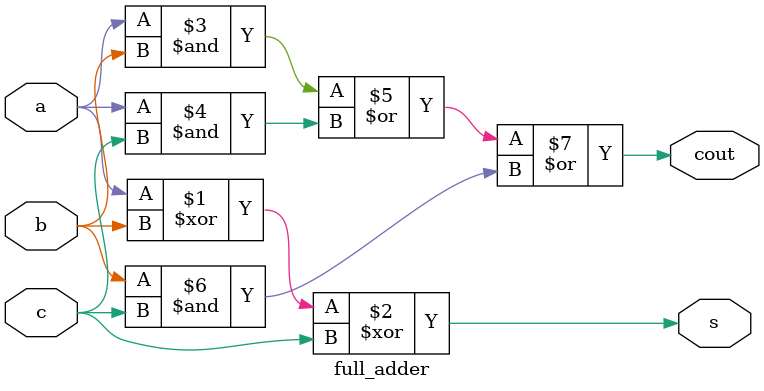
<source format=v>

module full_adder( 
  a, b, c, s, cout
);
  input a, b, c;
  output s, cout;

  wire a, b, c, s, cout;

  assign s = a ^ b ^ c;
  assign cout = (a&b) | (a&c) | (b&c);

endmodule

</source>
